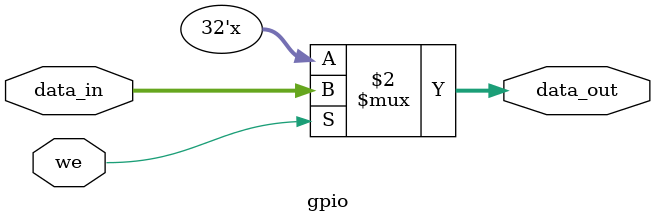
<source format=v>
`timescale 1ns / 1ps
module gpio(
    input [31:0] data_in,
    input we,
    output reg [31:0] data_out
    );

    always @(we) begin
        if(we) data_out <= data_in;
    end

endmodule

</source>
